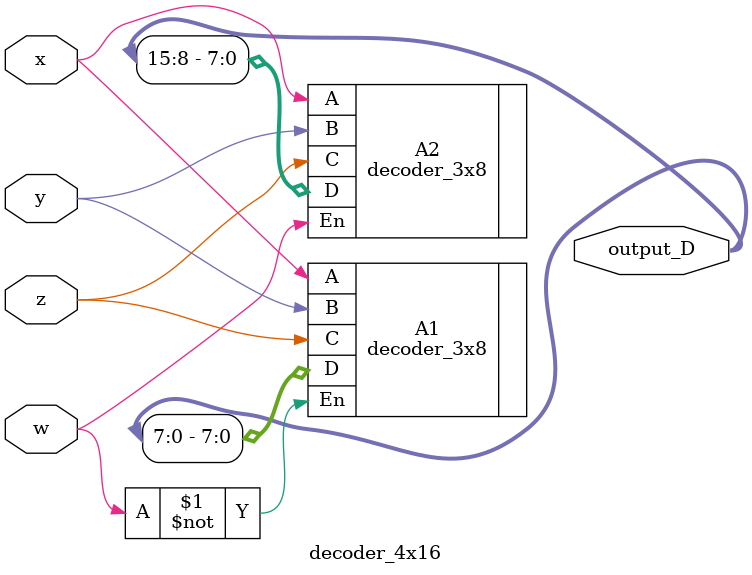
<source format=v>
`timescale 1ns / 1ps
`include "decoder_3x8.v"

module decoder_4x16(
    //inputs
    input x,
    input y,
    input z,
    input w,
    
    //outputs
    output [15:0]output_D
    );
    //two decoders
    decoder_3x8 A1(.A(x), .B(y), .C(z), .En(~w), .D(output_D[7:0]));
    decoder_3x8 A2(.A(x), .B(y), .C(z), .En(w), .D(output_D[15:8]));
endmodule

</source>
